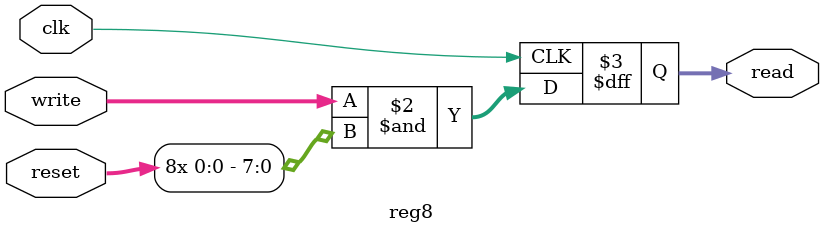
<source format=v>
module reg8(
    input   wire [0:7]  write,
    output  reg  [0:7]  read,
    input   wire        clk,
    input   wire        reset
);

always @(posedge clk) begin
    read[0:7] <= write[0:7] & {8{reset}};
end

endmodule
</source>
